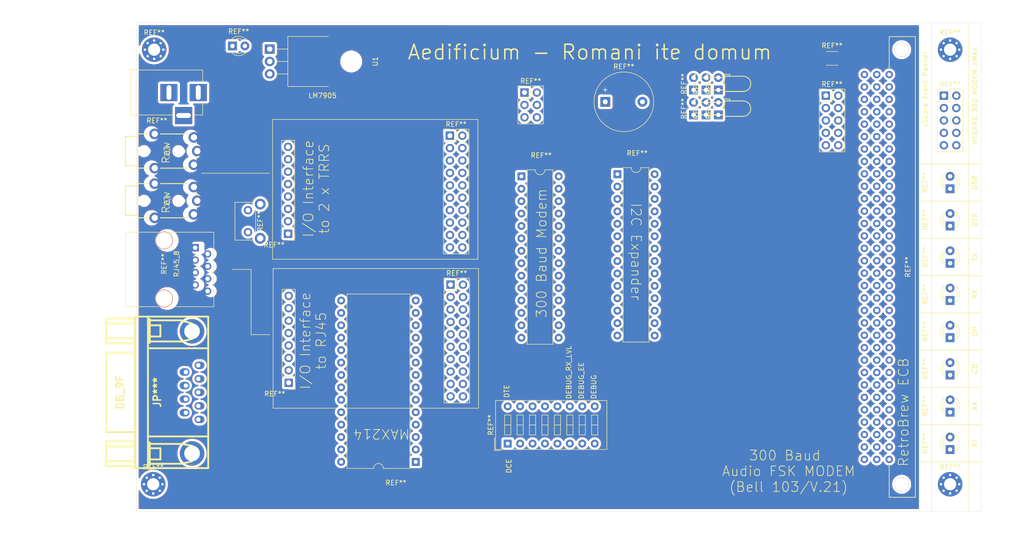
<source format=kicad_pcb>
(kicad_pcb (version 20171130) (host pcbnew "(5.1.9)-1")
  (layers (0 F.Cu signal) (1 In1.Cu power) (2 In2.Cu power) (31 B.Cu signal) (34 B.Paste user) (35 F.Paste user) (36 B.SilkS user) (37 F.SilkS user) (38 B.Mask user) (39 F.Mask user) (44 Edge.Cuts user))
  (net 0 "")
  (module LEDs:LED_D3.0mm (layer F.Cu) (at 241.3 76.2 90)
    (fp_text reference REF** (at 1.27 -5.08 90) (layer F.SilkS))
    (fp_text value LED_D3.0mm)
    (pad 1 thru_hole rect (at 0 0 90) (size 1.8 1.8) (drill 0.9) (layers *.Cu *.Mask))
    (pad 2 thru_hole circle (at 2.54 0 90) (size 1.8 1.8) (drill 0.9) (layers *.Cu *.Mask))
  )
  (module Sebs:Socket_DIN41612-CaseC1-full-Male-96Pin-3rows (layer F.Cu) (at 226.314 92.202 90)
    (fp_text reference REF** (at 0 6.35 90) (layer F.SilkS))
    (fp_text value Socket_DIN41612-CaseC1-full-Male-96Pin-3rows)
    (pad 1 thru_hole circle (at 44.45 5.08 90) (size 2.90068 2.90068) (drill 2.90068) (layers *.Cu *.Mask))
    (pad 1 thru_hole circle (at -44.45 5.08 90) (size 2.90068 2.90068) (drill 2.90068) (layers *.Cu *.Mask))
    (pad 32a thru_hole circle (at -39.37 -2.54 270) (size 1.50114 1.50114) (drill 0.8001) (layers *.Cu *.Mask))
    (pad 31a thru_hole circle (at -36.83 -2.54 270) (size 1.50114 1.50114) (drill 0.8001) (layers *.Cu *.Mask))
    (pad 30a thru_hole circle (at -34.29 -2.54 270) (size 1.50114 1.50114) (drill 0.8001) (layers *.Cu *.Mask))
    (pad 29a thru_hole circle (at -31.75 -2.54 270) (size 1.50114 1.50114) (drill 0.8001) (layers *.Cu *.Mask))
    (pad 28a thru_hole circle (at -29.21 -2.54 270) (size 1.50114 1.50114) (drill 0.8001) (layers *.Cu *.Mask))
    (pad 27a thru_hole circle (at -26.67 -2.54 270) (size 1.50114 1.50114) (drill 0.8001) (layers *.Cu *.Mask))
    (pad 26a thru_hole circle (at -24.13 -2.54 270) (size 1.50114 1.50114) (drill 0.8001) (layers *.Cu *.Mask))
    (pad 25a thru_hole circle (at -21.59 -2.54 270) (size 1.50114 1.50114) (drill 0.8001) (layers *.Cu *.Mask))
    (pad 24a thru_hole circle (at -19.05 -2.54 270) (size 1.50114 1.50114) (drill 0.8001) (layers *.Cu *.Mask))
    (pad 23a thru_hole circle (at -16.51 -2.54 270) (size 1.50114 1.50114) (drill 0.8001) (layers *.Cu *.Mask))
    (pad 22a thru_hole circle (at -13.97 -2.54 270) (size 1.50114 1.50114) (drill 0.8001) (layers *.Cu *.Mask))
    (pad 21a thru_hole circle (at -11.43 -2.54 270) (size 1.50114 1.50114) (drill 0.8001) (layers *.Cu *.Mask))
    (pad 20a thru_hole circle (at -8.89 -2.54 270) (size 1.50114 1.50114) (drill 0.8001) (layers *.Cu *.Mask))
    (pad 19a thru_hole circle (at -6.35 -2.54 270) (size 1.50114 1.50114) (drill 0.8001) (layers *.Cu *.Mask))
    (pad 18a thru_hole circle (at -3.81 -2.54 270) (size 1.50114 1.50114) (drill 0.8001) (layers *.Cu *.Mask))
    (pad 17a thru_hole circle (at -1.27 -2.54 270) (size 1.50114 1.50114) (drill 0.8001) (layers *.Cu *.Mask))
    (pad 16a thru_hole circle (at 1.27 -2.54 270) (size 1.50114 1.50114) (drill 0.8001) (layers *.Cu *.Mask))
    (pad 15a thru_hole circle (at 3.81 -2.54 270) (size 1.50114 1.50114) (drill 0.8001) (layers *.Cu *.Mask))
    (pad 14a thru_hole circle (at 6.35 -2.54 270) (size 1.50114 1.50114) (drill 0.8001) (layers *.Cu *.Mask))
    (pad 13a thru_hole circle (at 8.89 -2.54 270) (size 1.50114 1.50114) (drill 0.8001) (layers *.Cu *.Mask))
    (pad 12a thru_hole circle (at 11.43 -2.54 270) (size 1.50114 1.50114) (drill 0.8001) (layers *.Cu *.Mask))
    (pad 11a thru_hole circle (at 13.97 -2.54 270) (size 1.50114 1.50114) (drill 0.8001) (layers *.Cu *.Mask))
    (pad 10a thru_hole circle (at 16.51 -2.54 270) (size 1.50114 1.50114) (drill 0.8001) (layers *.Cu *.Mask))
    (pad 9a thru_hole circle (at 19.05 -2.54 270) (size 1.50114 1.50114) (drill 0.8001) (layers *.Cu *.Mask))
    (pad 8a thru_hole circle (at 21.59 -2.54 270) (size 1.50114 1.50114) (drill 0.8001) (layers *.Cu *.Mask))
    (pad 7a thru_hole circle (at 24.13 -2.54 270) (size 1.50114 1.50114) (drill 0.8001) (layers *.Cu *.Mask))
    (pad 6a thru_hole circle (at 26.67 -2.54 270) (size 1.50114 1.50114) (drill 0.8001) (layers *.Cu *.Mask))
    (pad 5a thru_hole circle (at 29.21 -2.54 270) (size 1.50114 1.50114) (drill 0.8001) (layers *.Cu *.Mask))
    (pad 3a thru_hole circle (at 34.29 -2.54 270) (size 1.50114 1.50114) (drill 0.8001) (layers *.Cu *.Mask))
    (pad 4a thru_hole circle (at 31.75 -2.54 270) (size 1.50114 1.50114) (drill 0.8001) (layers *.Cu *.Mask))
    (pad 2a thru_hole circle (at 36.83 -2.54 270) (size 1.50114 1.50114) (drill 0.8001) (layers *.Cu *.Mask))
    (pad 1a thru_hole circle (at 39.37 -2.54 270) (size 1.50114 1.50114) (drill 0.8001) (layers *.Cu *.Mask))
    (pad 1b thru_hole circle (at 39.37 0 270) (size 1.50114 1.50114) (drill 0.8001) (layers *.Cu *.Mask))
    (pad 2b thru_hole circle (at 36.83 0 270) (size 1.50114 1.50114) (drill 0.8001) (layers *.Cu *.Mask))
    (pad 4b thru_hole circle (at 31.75 0 270) (size 1.50114 1.50114) (drill 0.8001) (layers *.Cu *.Mask))
    (pad 3b thru_hole circle (at 34.29 0 270) (size 1.50114 1.50114) (drill 0.8001) (layers *.Cu *.Mask))
    (pad 5b thru_hole circle (at 29.21 0 270) (size 1.50114 1.50114) (drill 0.8001) (layers *.Cu *.Mask))
    (pad 6b thru_hole circle (at 26.67 0 270) (size 1.50114 1.50114) (drill 0.8001) (layers *.Cu *.Mask))
    (pad 7b thru_hole circle (at 24.13 0 270) (size 1.50114 1.50114) (drill 0.8001) (layers *.Cu *.Mask))
    (pad 8b thru_hole circle (at 21.59 0 270) (size 1.50114 1.50114) (drill 0.8001) (layers *.Cu *.Mask))
    (pad 9b thru_hole circle (at 19.05 0 270) (size 1.50114 1.50114) (drill 0.8001) (layers *.Cu *.Mask))
    (pad 10b thru_hole circle (at 16.51 0 270) (size 1.50114 1.50114) (drill 0.8001) (layers *.Cu *.Mask))
    (pad 11b thru_hole circle (at 13.97 0 270) (size 1.50114 1.50114) (drill 0.8001) (layers *.Cu *.Mask))
    (pad 12b thru_hole circle (at 11.43 0 270) (size 1.50114 1.50114) (drill 0.8001) (layers *.Cu *.Mask))
    (pad 13b thru_hole circle (at 8.89 0 270) (size 1.50114 1.50114) (drill 0.8001) (layers *.Cu *.Mask))
    (pad 14b thru_hole circle (at 6.35 0 270) (size 1.50114 1.50114) (drill 0.8001) (layers *.Cu *.Mask))
    (pad 15b thru_hole circle (at 3.81 0 270) (size 1.50114 1.50114) (drill 0.8001) (layers *.Cu *.Mask))
    (pad 16b thru_hole circle (at 1.27 0 270) (size 1.50114 1.50114) (drill 0.8001) (layers *.Cu *.Mask))
    (pad 17b thru_hole circle (at -1.27 0 270) (size 1.50114 1.50114) (drill 0.8001) (layers *.Cu *.Mask))
    (pad 18b thru_hole circle (at -3.81 0 270) (size 1.50114 1.50114) (drill 0.8001) (layers *.Cu *.Mask))
    (pad 19b thru_hole circle (at -6.35 0 270) (size 1.50114 1.50114) (drill 0.8001) (layers *.Cu *.Mask))
    (pad 20b thru_hole circle (at -8.89 0 270) (size 1.50114 1.50114) (drill 0.8001) (layers *.Cu *.Mask))
    (pad 21b thru_hole circle (at -11.43 0 270) (size 1.50114 1.50114) (drill 0.8001) (layers *.Cu *.Mask))
    (pad 22b thru_hole circle (at -13.97 0 270) (size 1.50114 1.50114) (drill 0.8001) (layers *.Cu *.Mask))
    (pad 23b thru_hole circle (at -16.51 0 270) (size 1.50114 1.50114) (drill 0.8001) (layers *.Cu *.Mask))
    (pad 24b thru_hole circle (at -19.05 0 270) (size 1.50114 1.50114) (drill 0.8001) (layers *.Cu *.Mask))
    (pad 25b thru_hole circle (at -21.59 0 270) (size 1.50114 1.50114) (drill 0.8001) (layers *.Cu *.Mask))
    (pad 26b thru_hole circle (at -24.13 0 270) (size 1.50114 1.50114) (drill 0.8001) (layers *.Cu *.Mask))
    (pad 27b thru_hole circle (at -26.67 0 270) (size 1.50114 1.50114) (drill 0.8001) (layers *.Cu *.Mask))
    (pad 28b thru_hole circle (at -29.21 0 270) (size 1.50114 1.50114) (drill 0.8001) (layers *.Cu *.Mask))
    (pad 29b thru_hole circle (at -31.75 0 270) (size 1.50114 1.50114) (drill 0.8001) (layers *.Cu *.Mask))
    (pad 30b thru_hole circle (at -34.29 0 270) (size 1.50114 1.50114) (drill 0.8001) (layers *.Cu *.Mask))
    (pad 31b thru_hole circle (at -36.83 0 270) (size 1.50114 1.50114) (drill 0.8001) (layers *.Cu *.Mask))
    (pad 32b thru_hole circle (at -39.37 0 270) (size 1.50114 1.50114) (drill 0.8001) (layers *.Cu *.Mask))
    (pad 32c thru_hole circle (at -39.37 2.54 270) (size 1.50114 1.50114) (drill 0.8001) (layers *.Cu *.Mask))
    (pad 31c thru_hole circle (at -36.83 2.54 270) (size 1.50114 1.50114) (drill 0.8001) (layers *.Cu *.Mask))
    (pad 30c thru_hole circle (at -34.29 2.54 270) (size 1.50114 1.50114) (drill 0.8001) (layers *.Cu *.Mask))
    (pad 29c thru_hole circle (at -31.75 2.54 270) (size 1.50114 1.50114) (drill 0.8001) (layers *.Cu *.Mask))
    (pad 28c thru_hole circle (at -29.21 2.54 270) (size 1.50114 1.50114) (drill 0.8001) (layers *.Cu *.Mask))
    (pad 27c thru_hole circle (at -26.67 2.54 270) (size 1.50114 1.50114) (drill 0.8001) (layers *.Cu *.Mask))
    (pad 26c thru_hole circle (at -24.13 2.54 270) (size 1.50114 1.50114) (drill 0.8001) (layers *.Cu *.Mask))
    (pad 25c thru_hole circle (at -21.59 2.54 270) (size 1.50114 1.50114) (drill 0.8001) (layers *.Cu *.Mask))
    (pad 24c thru_hole circle (at -19.05 2.54 270) (size 1.50114 1.50114) (drill 0.8001) (layers *.Cu *.Mask))
    (pad 23c thru_hole circle (at -16.51 2.54 270) (size 1.50114 1.50114) (drill 0.8001) (layers *.Cu *.Mask))
    (pad 22c thru_hole circle (at -13.97 2.54 270) (size 1.50114 1.50114) (drill 0.8001) (layers *.Cu *.Mask))
    (pad 21c thru_hole circle (at -11.43 2.54 270) (size 1.50114 1.50114) (drill 0.8001) (layers *.Cu *.Mask))
    (pad 20c thru_hole circle (at -8.89 2.54 270) (size 1.50114 1.50114) (drill 0.8001) (layers *.Cu *.Mask))
    (pad 19c thru_hole circle (at -6.35 2.54 270) (size 1.50114 1.50114) (drill 0.8001) (layers *.Cu *.Mask))
    (pad 18c thru_hole circle (at -3.81 2.54 270) (size 1.50114 1.50114) (drill 0.8001) (layers *.Cu *.Mask))
    (pad 17c thru_hole circle (at -1.27 2.54 270) (size 1.50114 1.50114) (drill 0.8001) (layers *.Cu *.Mask))
    (pad 16c thru_hole circle (at 1.27 2.54 270) (size 1.50114 1.50114) (drill 0.8001) (layers *.Cu *.Mask))
    (pad 15c thru_hole circle (at 3.81 2.54 270) (size 1.50114 1.50114) (drill 0.8001) (layers *.Cu *.Mask))
    (pad 14c thru_hole circle (at 6.35 2.54 270) (size 1.50114 1.50114) (drill 0.8001) (layers *.Cu *.Mask))
    (pad 13c thru_hole circle (at 8.89 2.54 270) (size 1.50114 1.50114) (drill 0.8001) (layers *.Cu *.Mask))
    (pad 12c thru_hole circle (at 11.43 2.54 270) (size 1.50114 1.50114) (drill 0.8001) (layers *.Cu *.Mask))
    (pad 11c thru_hole circle (at 13.97 2.54 270) (size 1.50114 1.50114) (drill 0.8001) (layers *.Cu *.Mask))
    (pad 10c thru_hole circle (at 16.51 2.54 270) (size 1.50114 1.50114) (drill 0.8001) (layers *.Cu *.Mask))
    (pad 9c thru_hole circle (at 19.05 2.54 270) (size 1.50114 1.50114) (drill 0.8001) (layers *.Cu *.Mask))
    (pad 8c thru_hole circle (at 21.59 2.54 270) (size 1.50114 1.50114) (drill 0.8001) (layers *.Cu *.Mask))
    (pad 7c thru_hole circle (at 24.13 2.54 270) (size 1.50114 1.50114) (drill 0.8001) (layers *.Cu *.Mask))
    (pad 6c thru_hole circle (at 26.67 2.54 270) (size 1.50114 1.50114) (drill 0.8001) (layers *.Cu *.Mask))
    (pad 5c thru_hole circle (at 29.21 2.54 270) (size 1.50114 1.50114) (drill 0.8001) (layers *.Cu *.Mask))
    (pad 3c thru_hole circle (at 34.29 2.54 270) (size 1.50114 1.50114) (drill 0.8001) (layers *.Cu *.Mask))
    (pad 4c thru_hole circle (at 31.75 2.54 270) (size 1.50114 1.50114) (drill 0.8001) (layers *.Cu *.Mask))
    (pad 2c thru_hole circle (at 36.83 2.54 270) (size 1.50114 1.50114) (drill 0.8001) (layers *.Cu *.Mask))
    (pad 1c thru_hole circle (at 39.37 2.54 270) (size 1.50114 1.50114) (drill 0.8001) (layers *.Cu *.Mask))
  )
  (module LEDs:LED_D3.0mm (layer F.Cu) (at 241.3 91.44 90)
    (fp_text reference REF** (at 1.27 -5.08 90) (layer F.SilkS))
    (fp_text value LED_D3.0mm)
    (pad 1 thru_hole rect (at 0 0 90) (size 1.8 1.8) (drill 0.9) (layers *.Cu *.Mask))
    (pad 2 thru_hole circle (at 2.54 0 90) (size 1.8 1.8) (drill 0.9) (layers *.Cu *.Mask))
  )
  (module Mounting_Holes:MountingHole_2.5mm_Pad_Via (layer F.Cu) (at 241.3 47.752)
    (fp_text reference REF** (at 0 -3.5) (layer F.SilkS))
    (fp_text value MountingHole_2.5mm_Pad_Via)
    (pad 1 thru_hole circle (at 0 0) (size 5 5) (drill 2.5) (layers *.Cu *.Mask))
    (pad 1 thru_hole circle (at 1.875 0) (size 0.8 0.8) (drill 0.5) (layers *.Cu *.Mask))
    (pad 1 thru_hole circle (at 1.325825 1.325825) (size 0.8 0.8) (drill 0.5) (layers *.Cu *.Mask))
    (pad 1 thru_hole circle (at 0 1.875) (size 0.8 0.8) (drill 0.5) (layers *.Cu *.Mask))
    (pad 1 thru_hole circle (at -1.325825 1.325825) (size 0.8 0.8) (drill 0.5) (layers *.Cu *.Mask))
    (pad 1 thru_hole circle (at -1.875 0) (size 0.8 0.8) (drill 0.5) (layers *.Cu *.Mask))
    (pad 1 thru_hole circle (at -1.325825 -1.325825) (size 0.8 0.8) (drill 0.5) (layers *.Cu *.Mask))
    (pad 1 thru_hole circle (at 0 -1.875) (size 0.8 0.8) (drill 0.5) (layers *.Cu *.Mask))
    (pad 1 thru_hole circle (at 1.325825 -1.325825) (size 0.8 0.8) (drill 0.5) (layers *.Cu *.Mask))
  )
  (module Mounting_Holes:MountingHole_2.5mm_Pad_Via (layer F.Cu) (at 241.3 136.652)
    (fp_text reference REF** (at 0 -3.5) (layer F.SilkS))
    (fp_text value MountingHole_2.5mm_Pad_Via)
    (pad 1 thru_hole circle (at 1.325825 -1.325825) (size 0.8 0.8) (drill 0.5) (layers *.Cu *.Mask))
    (pad 1 thru_hole circle (at 0 -1.875) (size 0.8 0.8) (drill 0.5) (layers *.Cu *.Mask))
    (pad 1 thru_hole circle (at -1.325825 -1.325825) (size 0.8 0.8) (drill 0.5) (layers *.Cu *.Mask))
    (pad 1 thru_hole circle (at -1.875 0) (size 0.8 0.8) (drill 0.5) (layers *.Cu *.Mask))
    (pad 1 thru_hole circle (at -1.325825 1.325825) (size 0.8 0.8) (drill 0.5) (layers *.Cu *.Mask))
    (pad 1 thru_hole circle (at 0 1.875) (size 0.8 0.8) (drill 0.5) (layers *.Cu *.Mask))
    (pad 1 thru_hole circle (at 1.325825 1.325825) (size 0.8 0.8) (drill 0.5) (layers *.Cu *.Mask))
    (pad 1 thru_hole circle (at 1.875 0) (size 0.8 0.8) (drill 0.5) (layers *.Cu *.Mask))
    (pad 1 thru_hole circle (at 0 0) (size 5 5) (drill 2.5) (layers *.Cu *.Mask))
  )
  (module Pin_Headers:Pin_Header_Straight_2x05_Pitch2.54mm (layer F.Cu) (at 215.9 57.15)
    (fp_text reference REF** (at 1.27 -2.33) (layer F.SilkS))
    (fp_text value Pin_Header_Straight_2x05_Pitch2.54mm)
    (pad 10 thru_hole oval (at 2.54 10.16) (size 1.7 1.7) (drill 1) (layers *.Cu *.Mask))
    (pad 9 thru_hole oval (at 0 10.16) (size 1.7 1.7) (drill 1) (layers *.Cu *.Mask))
    (pad 8 thru_hole oval (at 2.54 7.62) (size 1.7 1.7) (drill 1) (layers *.Cu *.Mask))
    (pad 7 thru_hole oval (at 0 7.62) (size 1.7 1.7) (drill 1) (layers *.Cu *.Mask))
    (pad 6 thru_hole oval (at 2.54 5.08) (size 1.7 1.7) (drill 1) (layers *.Cu *.Mask))
    (pad 5 thru_hole oval (at 0 5.08) (size 1.7 1.7) (drill 1) (layers *.Cu *.Mask))
    (pad 4 thru_hole oval (at 2.54 2.54) (size 1.7 1.7) (drill 1) (layers *.Cu *.Mask))
    (pad 3 thru_hole oval (at 0 2.54) (size 1.7 1.7) (drill 1) (layers *.Cu *.Mask))
    (pad 2 thru_hole oval (at 2.54 0) (size 1.7 1.7) (drill 1) (layers *.Cu *.Mask))
    (pad 1 thru_hole rect (at 0 0) (size 1.7 1.7) (drill 1) (layers *.Cu *.Mask))
  )
  (module Pin_Headers:Pin_Header_Straight_2x05_Pitch2.54mm (layer F.Cu) (at 240.03 57.15)
    (fp_text reference REF** (at 1.27 -2.33) (layer F.SilkS))
    (fp_text value Pin_Header_Straight_2x05_Pitch2.54mm)
    (pad 1 thru_hole rect (at 0 0) (size 1.7 1.7) (drill 1) (layers *.Cu *.Mask))
    (pad 2 thru_hole oval (at 2.54 0) (size 1.7 1.7) (drill 1) (layers *.Cu *.Mask))
    (pad 3 thru_hole oval (at 0 2.54) (size 1.7 1.7) (drill 1) (layers *.Cu *.Mask))
    (pad 4 thru_hole oval (at 2.54 2.54) (size 1.7 1.7) (drill 1) (layers *.Cu *.Mask))
    (pad 5 thru_hole oval (at 0 5.08) (size 1.7 1.7) (drill 1) (layers *.Cu *.Mask))
    (pad 6 thru_hole oval (at 2.54 5.08) (size 1.7 1.7) (drill 1) (layers *.Cu *.Mask))
    (pad 7 thru_hole oval (at 0 7.62) (size 1.7 1.7) (drill 1) (layers *.Cu *.Mask))
    (pad 8 thru_hole oval (at 2.54 7.62) (size 1.7 1.7) (drill 1) (layers *.Cu *.Mask))
    (pad 9 thru_hole oval (at 0 10.16) (size 1.7 1.7) (drill 1) (layers *.Cu *.Mask))
    (pad 10 thru_hole oval (at 2.54 10.16) (size 1.7 1.7) (drill 1) (layers *.Cu *.Mask))
  )
  (module LEDs:LED_D3.0mm (layer F.Cu) (at 241.3 83.82 90)
    (fp_text reference REF** (at 1.27 -5.08 90) (layer F.SilkS))
    (fp_text value LED_D3.0mm)
    (pad 2 thru_hole circle (at 2.54 0 90) (size 1.8 1.8) (drill 0.9) (layers *.Cu *.Mask))
    (pad 1 thru_hole rect (at 0 0 90) (size 1.8 1.8) (drill 0.9) (layers *.Cu *.Mask))
  )
  (module LEDs:LED_D3.0mm (layer F.Cu) (at 241.3 99.06 90)
    (fp_text reference REF** (at 1.27 -5.08 90) (layer F.SilkS))
    (fp_text value LED_D3.0mm)
    (pad 1 thru_hole rect (at 0 0 90) (size 1.8 1.8) (drill 0.9) (layers *.Cu *.Mask))
    (pad 2 thru_hole circle (at 2.54 0 90) (size 1.8 1.8) (drill 0.9) (layers *.Cu *.Mask))
  )
  (module LEDs:LED_D3.0mm (layer F.Cu) (at 241.3 106.68 90)
    (fp_text reference REF** (at 1.27 -5.08 90) (layer F.SilkS))
    (fp_text value LED_D3.0mm)
    (pad 2 thru_hole circle (at 2.54 0 90) (size 1.8 1.8) (drill 0.9) (layers *.Cu *.Mask))
    (pad 1 thru_hole rect (at 0 0 90) (size 1.8 1.8) (drill 0.9) (layers *.Cu *.Mask))
  )
  (module LEDs:LED_D3.0mm (layer F.Cu) (at 241.3 114.3 90)
    (fp_text reference REF** (at 1.27 -5.08 90) (layer F.SilkS))
    (fp_text value LED_D3.0mm)
    (pad 1 thru_hole rect (at 0 0 90) (size 1.8 1.8) (drill 0.9) (layers *.Cu *.Mask))
    (pad 2 thru_hole circle (at 2.54 0 90) (size 1.8 1.8) (drill 0.9) (layers *.Cu *.Mask))
  )
  (module LEDs:LED_D3.0mm (layer F.Cu) (at 241.3 121.92 90)
    (fp_text reference REF** (at 1.27 -5.08 90) (layer F.SilkS))
    (fp_text value LED_D3.0mm)
    (pad 2 thru_hole circle (at 2.54 0 90) (size 1.8 1.8) (drill 0.9) (layers *.Cu *.Mask))
    (pad 1 thru_hole rect (at 0 0 90) (size 1.8 1.8) (drill 0.9) (layers *.Cu *.Mask))
  )
  (module LEDs:LED_D3.0mm (layer F.Cu) (at 241.3 129.54 90)
    (fp_text reference REF** (at 1.27 -5.08 90) (layer F.SilkS))
    (fp_text value LED_D3.0mm)
    (pad 2 thru_hole circle (at 2.54 0 90) (size 1.8 1.8) (drill 0.9) (layers *.Cu *.Mask))
    (pad 1 thru_hole rect (at 0 0 90) (size 1.8 1.8) (drill 0.9) (layers *.Cu *.Mask))
  )
  (module LEDs:LED_D3.0mm_Horizontal_O6.35mm_Z10.0mm (layer F.Cu) (at 188.849 56.007 90)
    (fp_text reference REF** (at 1.27 -1.96 90) (layer F.SilkS))
    (fp_text value LED_D3.0mm_Horizontal_O6.35mm_Z10.0mm)
    (pad 2 thru_hole circle (at 2.54 0 90) (size 1.8 1.8) (drill 0.9) (layers *.Cu *.Mask))
    (pad 1 thru_hole rect (at 0 0 90) (size 1.8 1.8) (drill 0.9) (layers *.Cu *.Mask))
  )
  (module LEDs:LED_D3.0mm_Horizontal_O3.81mm_Z6.0mm (layer F.Cu) (at 191.389 56.007 90)
    (fp_text reference REF** (at 1.27 -1.96 90) (layer F.SilkS))
    (fp_text value LED_D3.0mm_Horizontal_O3.81mm_Z6.0mm)
    (pad 2 thru_hole circle (at 2.54 0 90) (size 1.8 1.8) (drill 0.9) (layers *.Cu *.Mask))
    (pad 1 thru_hole rect (at 0 0 90) (size 1.8 1.8) (drill 0.9) (layers *.Cu *.Mask))
  )
  (module LEDs:LED_D3.0mm_Horizontal_O1.27mm_Z2.0mm (layer F.Cu) (at 193.929 61.087 90)
    (fp_text reference REF** (at 1.27 -1.96 90) (layer F.SilkS))
    (fp_text value LED_D3.0mm_Horizontal_O1.27mm_Z2.0mm)
    (pad 1 thru_hole rect (at 0 0 90) (size 1.8 1.8) (drill 0.9) (layers *.Cu *.Mask))
    (pad 2 thru_hole circle (at 2.54 0 90) (size 1.8 1.8) (drill 0.9) (layers *.Cu *.Mask))
  )
  (module LEDs:LED_D3.0mm_Horizontal_O6.35mm_Z10.0mm (layer F.Cu) (at 188.849 61.087 90)
    (fp_text reference REF** (at 1.27 -1.96 90) (layer F.SilkS))
    (fp_text value LED_D3.0mm_Horizontal_O6.35mm_Z10.0mm)
    (pad 1 thru_hole rect (at 0 0 90) (size 1.8 1.8) (drill 0.9) (layers *.Cu *.Mask))
    (pad 2 thru_hole circle (at 2.54 0 90) (size 1.8 1.8) (drill 0.9) (layers *.Cu *.Mask))
  )
  (module LEDs:LED_D3.0mm_Horizontal_O3.81mm_Z6.0mm (layer F.Cu) (at 191.389 61.087 90)
    (fp_text reference REF** (at 1.27 -1.96 90) (layer F.SilkS))
    (fp_text value LED_D3.0mm_Horizontal_O3.81mm_Z6.0mm)
    (pad 1 thru_hole rect (at 0 0 90) (size 1.8 1.8) (drill 0.9) (layers *.Cu *.Mask))
    (pad 2 thru_hole circle (at 2.54 0 90) (size 1.8 1.8) (drill 0.9) (layers *.Cu *.Mask))
  )
  (module LEDs:LED_D3.0mm_Horizontal_O1.27mm_Z2.0mm (layer F.Cu) (at 193.929 56.007 90)
    (fp_text reference REF** (at 1.27 -1.96 90) (layer F.SilkS))
    (fp_text value LED_D3.0mm_Horizontal_O1.27mm_Z2.0mm)
    (pad 1 thru_hole rect (at 0 0 90) (size 1.8 1.8) (drill 0.9) (layers *.Cu *.Mask))
    (pad 2 thru_hole circle (at 2.54 0 90) (size 1.8 1.8) (drill 0.9) (layers *.Cu *.Mask))
  )
  (module Fuse_Holders_and_Fuses:Fuse_0679H (layer F.Cu) (at 217.17 49.53)
    (fp_text reference REF** (at 0 -2.6) (layer F.SilkS))
    (fp_text value Fuse_0679H)
    (pad 2 smd rect (at 2.46 0) (size 1.96 3.15) (layers F.Cu F.Paste F.Mask))
    (pad 1 smd rect (at -2.46 0) (size 1.96 3.15) (layers F.Cu F.Paste F.Mask))
  )
  (module Sebs:mj-2135-MJ-2135 (layer F.Cu) (at 81.28 68.58 90)
    (fp_text reference X2 (at 0 0 -90) (layer F.SilkS) (effects (font (size 1.27 1.27) (thickness 0.1016))))
    (fp_text value Raw (at -0.254 -0.254 90) (layer F.SilkS) (effects (font (size 1.524 1.524))))
    (pad P$1 thru_hole circle (at 0.0889 6.14934 90) (size 2.18186 2.18186) (drill 1.29794) (layers *.Cu *.Mask F.Paste))
    (pad P$2 thru_hole circle (at 2.88798 5.4483 90) (size 2.18186 2.18186) (drill 1.29794) (layers *.Cu *.Mask F.Paste))
    (pad P$3 thru_hole circle (at -2.70764 5.4483 90) (size 2.18186 2.18186) (drill 1.29794) (layers *.Cu *.Mask F.Paste))
    (pad P$4 thru_hole circle (at -3.40868 -2.54762 90) (size 2.18186 2.18186) (drill 1.29794) (layers *.Cu *.Mask F.Paste))
    (pad P$5 thru_hole circle (at 3.58902 -2.54762 90) (size 2.18186 2.18186) (drill 1.29794) (layers *.Cu *.Mask F.Paste))
    (pad "" np_thru_hole circle (at 0.07 -4.09 90) (size 1.5 1.5) (drill 1.5) (layers *.Cu *.Mask))
    (pad "" np_thru_hole circle (at 0.06 2.92 90) (size 1.5 1.5) (drill 1.5) (layers *.Cu *.Mask))
  )
  (module Pin_Headers:Pin_Header_Straight_1x08_Pitch2.54mm (layer F.Cu) (at 105.9815 85.4075 180)
    (fp_text reference REF** (at 2.85 -2.28) (layer F.SilkS))
    (fp_text value Pin_Header_Straight_1x08_Pitch2.54mm)
    (pad 8 thru_hole oval (at 0 17.78 180) (size 1.7 1.7) (drill 1) (layers *.Cu *.Mask))
    (pad 7 thru_hole oval (at 0 15.24 180) (size 1.7 1.7) (drill 1) (layers *.Cu *.Mask))
    (pad 6 thru_hole oval (at 0 12.7 180) (size 1.7 1.7) (drill 1) (layers *.Cu *.Mask))
    (pad 5 thru_hole oval (at 0 10.16 180) (size 1.7 1.7) (drill 1) (layers *.Cu *.Mask))
    (pad 4 thru_hole oval (at 0 7.62 180) (size 1.7 1.7) (drill 1) (layers *.Cu *.Mask))
    (pad 3 thru_hole oval (at 0 5.08 180) (size 1.7 1.7) (drill 1) (layers *.Cu *.Mask))
    (pad 2 thru_hole oval (at 0 2.54 180) (size 1.7 1.7) (drill 1) (layers *.Cu *.Mask))
    (pad 1 thru_hole rect (at 0 0 180) (size 1.7 1.7) (drill 1) (layers *.Cu *.Mask))
  )
  (module Pin_Headers:Pin_Header_Straight_2x10_Pitch2.54mm (layer F.Cu) (at 139.065 65.3415)
    (fp_text reference REF** (at 1.27 -2.33) (layer F.SilkS))
    (fp_text value Pin_Header_Straight_2x10_Pitch2.54mm)
    (pad 20 thru_hole oval (at 2.54 22.86) (size 1.7 1.7) (drill 1) (layers *.Cu *.Mask))
    (pad 19 thru_hole oval (at 0 22.86) (size 1.7 1.7) (drill 1) (layers *.Cu *.Mask))
    (pad 18 thru_hole oval (at 2.54 20.32) (size 1.7 1.7) (drill 1) (layers *.Cu *.Mask))
    (pad 17 thru_hole oval (at 0 20.32) (size 1.7 1.7) (drill 1) (layers *.Cu *.Mask))
    (pad 16 thru_hole oval (at 2.54 17.78) (size 1.7 1.7) (drill 1) (layers *.Cu *.Mask))
    (pad 15 thru_hole oval (at 0 17.78) (size 1.7 1.7) (drill 1) (layers *.Cu *.Mask))
    (pad 14 thru_hole oval (at 2.54 15.24) (size 1.7 1.7) (drill 1) (layers *.Cu *.Mask))
    (pad 13 thru_hole oval (at 0 15.24) (size 1.7 1.7) (drill 1) (layers *.Cu *.Mask))
    (pad 12 thru_hole oval (at 2.54 12.7) (size 1.7 1.7) (drill 1) (layers *.Cu *.Mask))
    (pad 11 thru_hole oval (at 0 12.7) (size 1.7 1.7) (drill 1) (layers *.Cu *.Mask))
    (pad 10 thru_hole oval (at 2.54 10.16) (size 1.7 1.7) (drill 1) (layers *.Cu *.Mask))
    (pad 9 thru_hole oval (at 0 10.16) (size 1.7 1.7) (drill 1) (layers *.Cu *.Mask))
    (pad 8 thru_hole oval (at 2.54 7.62) (size 1.7 1.7) (drill 1) (layers *.Cu *.Mask))
    (pad 7 thru_hole oval (at 0 7.62) (size 1.7 1.7) (drill 1) (layers *.Cu *.Mask))
    (pad 6 thru_hole oval (at 2.54 5.08) (size 1.7 1.7) (drill 1) (layers *.Cu *.Mask))
    (pad 5 thru_hole oval (at 0 5.08) (size 1.7 1.7) (drill 1) (layers *.Cu *.Mask))
    (pad 4 thru_hole oval (at 2.54 2.54) (size 1.7 1.7) (drill 1) (layers *.Cu *.Mask))
    (pad 3 thru_hole oval (at 0 2.54) (size 1.7 1.7) (drill 1) (layers *.Cu *.Mask))
    (pad 2 thru_hole oval (at 2.54 0) (size 1.7 1.7) (drill 1) (layers *.Cu *.Mask))
    (pad 1 thru_hole rect (at 0 0) (size 1.7 1.7) (drill 1) (layers *.Cu *.Mask))
  )
  (module Housings_DIP:DIP-28_W15.24mm (layer F.Cu) (at 132.08 132.08 180)
    (fp_text reference REF** (at 4.05 -4.28) (layer F.SilkS))
    (fp_text value DIP-28_W15.24mm)
    (pad 1 thru_hole rect (at 0 0 180) (size 1.6 1.6) (drill 0.8) (layers *.Cu *.Mask))
    (pad 15 thru_hole oval (at 15.24 33.02 180) (size 1.6 1.6) (drill 0.8) (layers *.Cu *.Mask))
    (pad 2 thru_hole oval (at 0 2.54 180) (size 1.6 1.6) (drill 0.8) (layers *.Cu *.Mask))
    (pad 16 thru_hole oval (at 15.24 30.48 180) (size 1.6 1.6) (drill 0.8) (layers *.Cu *.Mask))
    (pad 3 thru_hole oval (at 0 5.08 180) (size 1.6 1.6) (drill 0.8) (layers *.Cu *.Mask))
    (pad 17 thru_hole oval (at 15.24 27.94 180) (size 1.6 1.6) (drill 0.8) (layers *.Cu *.Mask))
    (pad 4 thru_hole oval (at 0 7.62 180) (size 1.6 1.6) (drill 0.8) (layers *.Cu *.Mask))
    (pad 18 thru_hole oval (at 15.24 25.4 180) (size 1.6 1.6) (drill 0.8) (layers *.Cu *.Mask))
    (pad 5 thru_hole oval (at 0 10.16 180) (size 1.6 1.6) (drill 0.8) (layers *.Cu *.Mask))
    (pad 19 thru_hole oval (at 15.24 22.86 180) (size 1.6 1.6) (drill 0.8) (layers *.Cu *.Mask))
    (pad 6 thru_hole oval (at 0 12.7 180) (size 1.6 1.6) (drill 0.8) (layers *.Cu *.Mask))
    (pad 20 thru_hole oval (at 15.24 20.32 180) (size 1.6 1.6) (drill 0.8) (layers *.Cu *.Mask))
    (pad 7 thru_hole oval (at 0 15.24 180) (size 1.6 1.6) (drill 0.8) (layers *.Cu *.Mask))
    (pad 21 thru_hole oval (at 15.24 17.78 180) (size 1.6 1.6) (drill 0.8) (layers *.Cu *.Mask))
    (pad 8 thru_hole oval (at 0 17.78 180) (size 1.6 1.6) (drill 0.8) (layers *.Cu *.Mask))
    (pad 22 thru_hole oval (at 15.24 15.24 180) (size 1.6 1.6) (drill 0.8) (layers *.Cu *.Mask))
    (pad 9 thru_hole oval (at 0 20.32 180) (size 1.6 1.6) (drill 0.8) (layers *.Cu *.Mask))
    (pad 23 thru_hole oval (at 15.24 12.7 180) (size 1.6 1.6) (drill 0.8) (layers *.Cu *.Mask))
    (pad 10 thru_hole oval (at 0 22.86 180) (size 1.6 1.6) (drill 0.8) (layers *.Cu *.Mask))
    (pad 24 thru_hole oval (at 15.24 10.16 180) (size 1.6 1.6) (drill 0.8) (layers *.Cu *.Mask))
    (pad 11 thru_hole oval (at 0 25.4 180) (size 1.6 1.6) (drill 0.8) (layers *.Cu *.Mask))
    (pad 25 thru_hole oval (at 15.24 7.62 180) (size 1.6 1.6) (drill 0.8) (layers *.Cu *.Mask))
    (pad 12 thru_hole oval (at 0 27.94 180) (size 1.6 1.6) (drill 0.8) (layers *.Cu *.Mask))
    (pad 26 thru_hole oval (at 15.24 5.08 180) (size 1.6 1.6) (drill 0.8) (layers *.Cu *.Mask))
    (pad 13 thru_hole oval (at 0 30.48 180) (size 1.6 1.6) (drill 0.8) (layers *.Cu *.Mask))
    (pad 27 thru_hole oval (at 15.24 2.54 180) (size 1.6 1.6) (drill 0.8) (layers *.Cu *.Mask))
    (pad 14 thru_hole oval (at 0 33.02 180) (size 1.6 1.6) (drill 0.8) (layers *.Cu *.Mask))
    (pad 28 thru_hole oval (at 15.24 0 180) (size 1.6 1.6) (drill 0.8) (layers *.Cu *.Mask))
  )
  (module Mounting_Holes:MountingHole_2.5mm_Pad_Via (layer F.Cu) (at 78.613 47.752)
    (fp_text reference REF** (at 0 -3.5) (layer F.SilkS))
    (fp_text value MountingHole_2.5mm_Pad_Via)
    (pad 1 thru_hole circle (at 1.325825 -1.325825) (size 0.8 0.8) (drill 0.5) (layers *.Cu *.Mask))
    (pad 1 thru_hole circle (at 0 -1.875) (size 0.8 0.8) (drill 0.5) (layers *.Cu *.Mask))
    (pad 1 thru_hole circle (at -1.325825 -1.325825) (size 0.8 0.8) (drill 0.5) (layers *.Cu *.Mask))
    (pad 1 thru_hole circle (at -1.875 0) (size 0.8 0.8) (drill 0.5) (layers *.Cu *.Mask))
    (pad 1 thru_hole circle (at -1.325825 1.325825) (size 0.8 0.8) (drill 0.5) (layers *.Cu *.Mask))
    (pad 1 thru_hole circle (at 0 1.875) (size 0.8 0.8) (drill 0.5) (layers *.Cu *.Mask))
    (pad 1 thru_hole circle (at 1.325825 1.325825) (size 0.8 0.8) (drill 0.5) (layers *.Cu *.Mask))
    (pad 1 thru_hole circle (at 1.875 0) (size 0.8 0.8) (drill 0.5) (layers *.Cu *.Mask))
    (pad 1 thru_hole circle (at 0 0) (size 5 5) (drill 2.5) (layers *.Cu *.Mask))
  )
  (module Mounting_Holes:MountingHole_2.5mm_Pad_Via (layer F.Cu) (at 78.4225 136.652)
    (fp_text reference REF** (at 0 -3.5) (layer F.SilkS))
    (fp_text value MountingHole_2.5mm_Pad_Via)
    (pad 1 thru_hole circle (at 0 0) (size 5 5) (drill 2.5) (layers *.Cu *.Mask))
    (pad 1 thru_hole circle (at 1.875 0) (size 0.8 0.8) (drill 0.5) (layers *.Cu *.Mask))
    (pad 1 thru_hole circle (at 1.325825 1.325825) (size 0.8 0.8) (drill 0.5) (layers *.Cu *.Mask))
    (pad 1 thru_hole circle (at 0 1.875) (size 0.8 0.8) (drill 0.5) (layers *.Cu *.Mask))
    (pad 1 thru_hole circle (at -1.325825 1.325825) (size 0.8 0.8) (drill 0.5) (layers *.Cu *.Mask))
    (pad 1 thru_hole circle (at -1.875 0) (size 0.8 0.8) (drill 0.5) (layers *.Cu *.Mask))
    (pad 1 thru_hole circle (at -1.325825 -1.325825) (size 0.8 0.8) (drill 0.5) (layers *.Cu *.Mask))
    (pad 1 thru_hole circle (at 0 -1.875) (size 0.8 0.8) (drill 0.5) (layers *.Cu *.Mask))
    (pad 1 thru_hole circle (at 1.325825 -1.325825) (size 0.8 0.8) (drill 0.5) (layers *.Cu *.Mask))
  )
  (module Connectors:RJ45_8 (layer F.Cu) (at 86.995 88.265 270)
    (fp_text reference REF** (at 3.3 6.35 90) (layer F.SilkS))
    (fp_text value RJ45_8 (at 3.3 3.81 90) (layer F.SilkS))
    (pad Hole np_thru_hole circle (at 10.38 6.35 270) (size 3.65 3.65) (drill 3.25) (layers *.Cu *.SilkS *.Mask))
    (pad Hole np_thru_hole circle (at -1.49 6.35 270) (size 3.65 3.65) (drill 3.25) (layers *.Cu *.SilkS *.Mask))
    (pad 1 thru_hole rect (at 0 0 270) (size 1.5 1.5) (drill 0.9) (layers *.Cu *.Mask))
    (pad 2 thru_hole circle (at 1.27 -2.54 270) (size 1.5 1.5) (drill 0.9) (layers *.Cu *.Mask))
    (pad 3 thru_hole circle (at 2.54 0 270) (size 1.5 1.5) (drill 0.9) (layers *.Cu *.Mask))
    (pad 4 thru_hole circle (at 3.81 -2.54 270) (size 1.5 1.5) (drill 0.9) (layers *.Cu *.Mask))
    (pad 5 thru_hole circle (at 5.08 0 270) (size 1.5 1.5) (drill 0.9) (layers *.Cu *.Mask))
    (pad 6 thru_hole circle (at 6.35 -2.54 270) (size 1.5 1.5) (drill 0.9) (layers *.Cu *.Mask))
    (pad 7 thru_hole circle (at 7.62 0 270) (size 1.5 1.5) (drill 0.9) (layers *.Cu *.Mask))
    (pad 8 thru_hole circle (at 8.89 -2.54 270) (size 1.5 1.5) (drill 0.9) (layers *.Cu *.Mask))
  )
  (module Pin_Headers:Pin_Header_Straight_2x10_Pitch2.54mm (layer F.Cu) (at 139.192 95.8215)
    (fp_text reference REF** (at 1.27 -2.33) (layer F.SilkS))
    (fp_text value Pin_Header_Straight_2x10_Pitch2.54mm)
    (pad 1 thru_hole rect (at 0 0) (size 1.7 1.7) (drill 1) (layers *.Cu *.Mask))
    (pad 2 thru_hole oval (at 2.54 0) (size 1.7 1.7) (drill 1) (layers *.Cu *.Mask))
    (pad 3 thru_hole oval (at 0 2.54) (size 1.7 1.7) (drill 1) (layers *.Cu *.Mask))
    (pad 4 thru_hole oval (at 2.54 2.54) (size 1.7 1.7) (drill 1) (layers *.Cu *.Mask))
    (pad 5 thru_hole oval (at 0 5.08) (size 1.7 1.7) (drill 1) (layers *.Cu *.Mask))
    (pad 6 thru_hole oval (at 2.54 5.08) (size 1.7 1.7) (drill 1) (layers *.Cu *.Mask))
    (pad 7 thru_hole oval (at 0 7.62) (size 1.7 1.7) (drill 1) (layers *.Cu *.Mask))
    (pad 8 thru_hole oval (at 2.54 7.62) (size 1.7 1.7) (drill 1) (layers *.Cu *.Mask))
    (pad 9 thru_hole oval (at 0 10.16) (size 1.7 1.7) (drill 1) (layers *.Cu *.Mask))
    (pad 10 thru_hole oval (at 2.54 10.16) (size 1.7 1.7) (drill 1) (layers *.Cu *.Mask))
    (pad 11 thru_hole oval (at 0 12.7) (size 1.7 1.7) (drill 1) (layers *.Cu *.Mask))
    (pad 12 thru_hole oval (at 2.54 12.7) (size 1.7 1.7) (drill 1) (layers *.Cu *.Mask))
    (pad 13 thru_hole oval (at 0 15.24) (size 1.7 1.7) (drill 1) (layers *.Cu *.Mask))
    (pad 14 thru_hole oval (at 2.54 15.24) (size 1.7 1.7) (drill 1) (layers *.Cu *.Mask))
    (pad 15 thru_hole oval (at 0 17.78) (size 1.7 1.7) (drill 1) (layers *.Cu *.Mask))
    (pad 16 thru_hole oval (at 2.54 17.78) (size 1.7 1.7) (drill 1) (layers *.Cu *.Mask))
    (pad 17 thru_hole oval (at 0 20.32) (size 1.7 1.7) (drill 1) (layers *.Cu *.Mask))
    (pad 18 thru_hole oval (at 2.54 20.32) (size 1.7 1.7) (drill 1) (layers *.Cu *.Mask))
    (pad 19 thru_hole oval (at 0 22.86) (size 1.7 1.7) (drill 1) (layers *.Cu *.Mask))
    (pad 20 thru_hole oval (at 2.54 22.86) (size 1.7 1.7) (drill 1) (layers *.Cu *.Mask))
  )
  (module Pin_Headers:Pin_Header_Straight_1x08_Pitch2.54mm (layer F.Cu) (at 106.1085 115.8875 180)
    (fp_text reference REF** (at 2.85 -2.28) (layer F.SilkS))
    (fp_text value Pin_Header_Straight_1x08_Pitch2.54mm)
    (pad 1 thru_hole rect (at 0 0 180) (size 1.7 1.7) (drill 1) (layers *.Cu *.Mask))
    (pad 2 thru_hole oval (at 0 2.54 180) (size 1.7 1.7) (drill 1) (layers *.Cu *.Mask))
    (pad 3 thru_hole oval (at 0 5.08 180) (size 1.7 1.7) (drill 1) (layers *.Cu *.Mask))
    (pad 4 thru_hole oval (at 0 7.62 180) (size 1.7 1.7) (drill 1) (layers *.Cu *.Mask))
    (pad 5 thru_hole oval (at 0 10.16 180) (size 1.7 1.7) (drill 1) (layers *.Cu *.Mask))
    (pad 6 thru_hole oval (at 0 12.7 180) (size 1.7 1.7) (drill 1) (layers *.Cu *.Mask))
    (pad 7 thru_hole oval (at 0 15.24 180) (size 1.7 1.7) (drill 1) (layers *.Cu *.Mask))
    (pad 8 thru_hole oval (at 0 17.78 180) (size 1.7 1.7) (drill 1) (layers *.Cu *.Mask))
  )
  (module conn_dsub:DB_9F (layer F.Cu) (at 79.248 117.856 270)
    (fp_text reference DB_9F (at 0 7.62 90) (layer F.SilkS) (effects (font (size 1.524 1.524) (thickness 0.3048))))
    (fp_text value JP*** (at 0 0 90) (layer F.SilkS) (effects (font (size 1.524 1.524) (thickness 0.3048))))
    (pad "" thru_hole circle (at -12.49426 -7.112 270) (size 5.00126 5.00126) (drill 3.2004) (layers *.Cu *.Mask))
    (pad 6 thru_hole oval (at 4.15544 -5.842 270) (size 1.50114 1.99898) (drill 0.89916 (offset 0 0.24892)) (layers *.Cu *.Mask))
    (pad 7 thru_hole oval (at 1.3843 -5.842 270) (size 1.50114 1.99898) (drill 0.89916 (offset 0 0.24892)) (layers *.Cu *.Mask))
    (pad 8 thru_hole oval (at -1.3843 -5.842 270) (size 1.50114 1.99898) (drill 0.89916 (offset 0 0.24892)) (layers *.Cu *.Mask))
    (pad 9 thru_hole oval (at -4.15544 -5.842 270) (size 1.50114 1.99898) (drill 0.89916 (offset 0 0.24892)) (layers *.Cu *.Mask))
    (pad 5 thru_hole oval (at -5.53974 -8.382 270) (size 1.50114 1.99898) (drill 0.89916 (offset 0 -0.24892)) (layers *.Cu *.Mask))
    (pad 4 thru_hole oval (at -2.77114 -8.382 270) (size 1.50114 1.99898) (drill 0.89916 (offset 0 -0.24892)) (layers *.Cu *.Mask))
    (pad 1 thru_hole oval (at 5.53974 -8.382 270) (size 1.50114 1.99898) (drill 0.89916 (offset 0 -0.24892)) (layers *.Cu *.Mask))
    (pad 2 thru_hole oval (at 2.77114 -8.382 270) (size 1.50114 1.99898) (drill 0.89916 (offset 0 -0.24892)) (layers *.Cu *.Mask))
    (pad 3 thru_hole oval (at 0 -8.382 270) (size 1.50114 1.99898) (drill 0.89916 (offset 0 -0.24892)) (layers *.Cu *.Mask))
    (pad "" thru_hole circle (at 12.49426 -7.112 270) (size 5.00126 5.00126) (drill 3.2004) (layers *.Cu *.Mask))
  )
  (module Housings_DIP:DIP-28_W7.62mm (layer F.Cu) (at 173.2915 73.2155)
    (fp_text reference REF** (at 4.05 -4.28) (layer F.SilkS))
    (fp_text value DIP-28_W7.62mm)
    (pad 1 thru_hole rect (at 0 0) (size 1.6 1.6) (drill 0.8) (layers *.Cu *.Mask))
    (pad 15 thru_hole oval (at 7.62 33.02) (size 1.6 1.6) (drill 0.8) (layers *.Cu *.Mask))
    (pad 2 thru_hole oval (at 0 2.54) (size 1.6 1.6) (drill 0.8) (layers *.Cu *.Mask))
    (pad 16 thru_hole oval (at 7.62 30.48) (size 1.6 1.6) (drill 0.8) (layers *.Cu *.Mask))
    (pad 3 thru_hole oval (at 0 5.08) (size 1.6 1.6) (drill 0.8) (layers *.Cu *.Mask))
    (pad 17 thru_hole oval (at 7.62 27.94) (size 1.6 1.6) (drill 0.8) (layers *.Cu *.Mask))
    (pad 4 thru_hole oval (at 0 7.62) (size 1.6 1.6) (drill 0.8) (layers *.Cu *.Mask))
    (pad 18 thru_hole oval (at 7.62 25.4) (size 1.6 1.6) (drill 0.8) (layers *.Cu *.Mask))
    (pad 5 thru_hole oval (at 0 10.16) (size 1.6 1.6) (drill 0.8) (layers *.Cu *.Mask))
    (pad 19 thru_hole oval (at 7.62 22.86) (size 1.6 1.6) (drill 0.8) (layers *.Cu *.Mask))
    (pad 6 thru_hole oval (at 0 12.7) (size 1.6 1.6) (drill 0.8) (layers *.Cu *.Mask))
    (pad 20 thru_hole oval (at 7.62 20.32) (size 1.6 1.6) (drill 0.8) (layers *.Cu *.Mask))
    (pad 7 thru_hole oval (at 0 15.24) (size 1.6 1.6) (drill 0.8) (layers *.Cu *.Mask))
    (pad 21 thru_hole oval (at 7.62 17.78) (size 1.6 1.6) (drill 0.8) (layers *.Cu *.Mask))
    (pad 8 thru_hole oval (at 0 17.78) (size 1.6 1.6) (drill 0.8) (layers *.Cu *.Mask))
    (pad 22 thru_hole oval (at 7.62 15.24) (size 1.6 1.6) (drill 0.8) (layers *.Cu *.Mask))
    (pad 9 thru_hole oval (at 0 20.32) (size 1.6 1.6) (drill 0.8) (layers *.Cu *.Mask))
    (pad 23 thru_hole oval (at 7.62 12.7) (size 1.6 1.6) (drill 0.8) (layers *.Cu *.Mask))
    (pad 10 thru_hole oval (at 0 22.86) (size 1.6 1.6) (drill 0.8) (layers *.Cu *.Mask))
    (pad 24 thru_hole oval (at 7.62 10.16) (size 1.6 1.6) (drill 0.8) (layers *.Cu *.Mask))
    (pad 11 thru_hole oval (at 0 25.4) (size 1.6 1.6) (drill 0.8) (layers *.Cu *.Mask))
    (pad 25 thru_hole oval (at 7.62 7.62) (size 1.6 1.6) (drill 0.8) (layers *.Cu *.Mask))
    (pad 12 thru_hole oval (at 0 27.94) (size 1.6 1.6) (drill 0.8) (layers *.Cu *.Mask))
    (pad 26 thru_hole oval (at 7.62 5.08) (size 1.6 1.6) (drill 0.8) (layers *.Cu *.Mask))
    (pad 13 thru_hole oval (at 0 30.48) (size 1.6 1.6) (drill 0.8) (layers *.Cu *.Mask))
    (pad 27 thru_hole oval (at 7.62 2.54) (size 1.6 1.6) (drill 0.8) (layers *.Cu *.Mask))
    (pad 14 thru_hole oval (at 0 33.02) (size 1.6 1.6) (drill 0.8) (layers *.Cu *.Mask))
    (pad 28 thru_hole oval (at 7.62 0) (size 1.6 1.6) (drill 0.8) (layers *.Cu *.Mask))
  )
  (module Housings_DIP:DIP-28_W7.62mm (layer F.Cu) (at 153.67 73.66)
    (fp_text reference REF** (at 4.05 -4.28) (layer F.SilkS))
    (fp_text value DIP-28_W7.62mm)
    (pad 1 thru_hole rect (at 0 0) (size 1.6 1.6) (drill 0.8) (layers *.Cu *.Mask))
    (pad 15 thru_hole oval (at 7.62 33.02) (size 1.6 1.6) (drill 0.8) (layers *.Cu *.Mask))
    (pad 2 thru_hole oval (at 0 2.54) (size 1.6 1.6) (drill 0.8) (layers *.Cu *.Mask))
    (pad 16 thru_hole oval (at 7.62 30.48) (size 1.6 1.6) (drill 0.8) (layers *.Cu *.Mask))
    (pad 3 thru_hole oval (at 0 5.08) (size 1.6 1.6) (drill 0.8) (layers *.Cu *.Mask))
    (pad 17 thru_hole oval (at 7.62 27.94) (size 1.6 1.6) (drill 0.8) (layers *.Cu *.Mask))
    (pad 4 thru_hole oval (at 0 7.62) (size 1.6 1.6) (drill 0.8) (layers *.Cu *.Mask))
    (pad 18 thru_hole oval (at 7.62 25.4) (size 1.6 1.6) (drill 0.8) (layers *.Cu *.Mask))
    (pad 5 thru_hole oval (at 0 10.16) (size 1.6 1.6) (drill 0.8) (layers *.Cu *.Mask))
    (pad 19 thru_hole oval (at 7.62 22.86) (size 1.6 1.6) (drill 0.8) (layers *.Cu *.Mask))
    (pad 6 thru_hole oval (at 0 12.7) (size 1.6 1.6) (drill 0.8) (layers *.Cu *.Mask))
    (pad 20 thru_hole oval (at 7.62 20.32) (size 1.6 1.6) (drill 0.8) (layers *.Cu *.Mask))
    (pad 7 thru_hole oval (at 0 15.24) (size 1.6 1.6) (drill 0.8) (layers *.Cu *.Mask))
    (pad 21 thru_hole oval (at 7.62 17.78) (size 1.6 1.6) (drill 0.8) (layers *.Cu *.Mask))
    (pad 8 thru_hole oval (at 0 17.78) (size 1.6 1.6) (drill 0.8) (layers *.Cu *.Mask))
    (pad 22 thru_hole oval (at 7.62 15.24) (size 1.6 1.6) (drill 0.8) (layers *.Cu *.Mask))
    (pad 9 thru_hole oval (at 0 20.32) (size 1.6 1.6) (drill 0.8) (layers *.Cu *.Mask))
    (pad 23 thru_hole oval (at 7.62 12.7) (size 1.6 1.6) (drill 0.8) (layers *.Cu *.Mask))
    (pad 10 thru_hole oval (at 0 22.86) (size 1.6 1.6) (drill 0.8) (layers *.Cu *.Mask))
    (pad 24 thru_hole oval (at 7.62 10.16) (size 1.6 1.6) (drill 0.8) (layers *.Cu *.Mask))
    (pad 11 thru_hole oval (at 0 25.4) (size 1.6 1.6) (drill 0.8) (layers *.Cu *.Mask))
    (pad 25 thru_hole oval (at 7.62 7.62) (size 1.6 1.6) (drill 0.8) (layers *.Cu *.Mask))
    (pad 12 thru_hole oval (at 0 27.94) (size 1.6 1.6) (drill 0.8) (layers *.Cu *.Mask))
    (pad 26 thru_hole oval (at 7.62 5.08) (size 1.6 1.6) (drill 0.8) (layers *.Cu *.Mask))
    (pad 13 thru_hole oval (at 0 30.48) (size 1.6 1.6) (drill 0.8) (layers *.Cu *.Mask))
    (pad 27 thru_hole oval (at 7.62 2.54) (size 1.6 1.6) (drill 0.8) (layers *.Cu *.Mask))
    (pad 14 thru_hole oval (at 0 33.02) (size 1.6 1.6) (drill 0.8) (layers *.Cu *.Mask))
    (pad 28 thru_hole oval (at 7.62 0) (size 1.6 1.6) (drill 0.8) (layers *.Cu *.Mask))
  )
  (module Pin_Headers:Pin_Header_Straight_2x03_Pitch2.54mm (layer F.Cu) (at 154.305 56.515)
    (fp_text reference REF** (at 1.27 -2.33) (layer F.SilkS))
    (fp_text value Pin_Header_Straight_2x03_Pitch2.54mm)
    (pad 1 thru_hole rect (at 0 0) (size 1.7 1.7) (drill 1) (layers *.Cu *.Mask))
    (pad 2 thru_hole oval (at 2.54 0) (size 1.7 1.7) (drill 1) (layers *.Cu *.Mask))
    (pad 3 thru_hole oval (at 0 2.54) (size 1.7 1.7) (drill 1) (layers *.Cu *.Mask))
    (pad 4 thru_hole oval (at 2.54 2.54) (size 1.7 1.7) (drill 1) (layers *.Cu *.Mask))
    (pad 5 thru_hole oval (at 0 5.08) (size 1.7 1.7) (drill 1) (layers *.Cu *.Mask))
    (pad 6 thru_hole oval (at 2.54 5.08) (size 1.7 1.7) (drill 1) (layers *.Cu *.Mask))
  )
  (module LEDs:LED_D3.0mm (layer F.Cu) (at 94.615 46.99)
    (fp_text reference REF** (at 1.27 -2.96) (layer F.SilkS))
    (fp_text value LED_D3.0mm)
    (pad 1 thru_hole rect (at 0 0) (size 1.8 1.8) (drill 0.9) (layers *.Cu *.Mask))
    (pad 2 thru_hole circle (at 2.54 0) (size 1.8 1.8) (drill 0.9) (layers *.Cu *.Mask))
  )
  (module Buttons_Switches_THT:SW_DIP_x8_W7.62mm_Slide (layer F.Cu) (at 150.876 128.3335 90)
    (fp_text reference REF** (at 3.81 -3.48 90) (layer F.SilkS))
    (fp_text value SW_DIP_x8_W7.62mm_Slide)
    (pad 1 thru_hole rect (at 0 0 90) (size 1.6 1.6) (drill 0.8) (layers *.Cu *.Mask))
    (pad 9 thru_hole oval (at 7.62 17.78 90) (size 1.6 1.6) (drill 0.8) (layers *.Cu *.Mask))
    (pad 2 thru_hole oval (at 0 2.54 90) (size 1.6 1.6) (drill 0.8) (layers *.Cu *.Mask))
    (pad 10 thru_hole oval (at 7.62 15.24 90) (size 1.6 1.6) (drill 0.8) (layers *.Cu *.Mask))
    (pad 3 thru_hole oval (at 0 5.08 90) (size 1.6 1.6) (drill 0.8) (layers *.Cu *.Mask))
    (pad 11 thru_hole oval (at 7.62 12.7 90) (size 1.6 1.6) (drill 0.8) (layers *.Cu *.Mask))
    (pad 4 thru_hole oval (at 0 7.62 90) (size 1.6 1.6) (drill 0.8) (layers *.Cu *.Mask))
    (pad 12 thru_hole oval (at 7.62 10.16 90) (size 1.6 1.6) (drill 0.8) (layers *.Cu *.Mask))
    (pad 5 thru_hole oval (at 0 10.16 90) (size 1.6 1.6) (drill 0.8) (layers *.Cu *.Mask))
    (pad 13 thru_hole oval (at 7.62 7.62 90) (size 1.6 1.6) (drill 0.8) (layers *.Cu *.Mask))
    (pad 6 thru_hole oval (at 0 12.7 90) (size 1.6 1.6) (drill 0.8) (layers *.Cu *.Mask))
    (pad 14 thru_hole oval (at 7.62 5.08 90) (size 1.6 1.6) (drill 0.8) (layers *.Cu *.Mask))
    (pad 7 thru_hole oval (at 0 15.24 90) (size 1.6 1.6) (drill 0.8) (layers *.Cu *.Mask))
    (pad 15 thru_hole oval (at 7.62 2.54 90) (size 1.6 1.6) (drill 0.8) (layers *.Cu *.Mask))
    (pad 8 thru_hole oval (at 0 17.78 90) (size 1.6 1.6) (drill 0.8) (layers *.Cu *.Mask))
    (pad 16 thru_hole oval (at 7.62 0 90) (size 1.6 1.6) (drill 0.8) (layers *.Cu *.Mask))
  )
  (module Sebs:TO-220-3_Horizontal_TabDown (layer F.Cu) (at 102.235 47.625 270)
    (fp_text reference U1 (at 2.54 -21.59 270) (layer F.SilkS))
    (fp_text value LM7905 (at 9.525 -10.795 180) (layer F.SilkS))
    (pad "" np_thru_hole oval (at 2.54 -16.66 270) (size 3.5 3.5) (drill 3.5) (layers *.Cu *.Mask))
    (pad 1 thru_hole rect (at 0 0 270) (size 1.905 2) (drill 1.1) (layers *.Cu *.Mask))
    (pad 2 thru_hole oval (at 2.54 0 270) (size 1.905 2) (drill 1.1) (layers *.Cu *.Mask))
    (pad 3 thru_hole oval (at 5.08 0 270) (size 1.905 2) (drill 1.1) (layers *.Cu *.Mask))
  )
  (module Buzzers_Beepers:Buzzer_12x9.5RM7.6 (layer F.Cu) (at 170.815 58.42)
    (fp_text reference REF** (at 3.8 -7.2) (layer F.SilkS))
    (fp_text value Buzzer_12x9.5RM7.6)
    (fp_text user + (at -0.01 -2.54) (layer F.SilkS))
    (pad 1 thru_hole rect (at 0 0) (size 2 2) (drill 1) (layers *.Cu *.Mask))
    (pad 2 thru_hole circle (at 7.6 0) (size 2 2) (drill 1) (layers *.Cu *.Mask))
  )
  (module Connectors:BARREL_JACK (layer F.Cu) (at 87.63 56.515)
    (fp_text reference REF** (at -8.45 5.75 180) (layer F.SilkS))
    (fp_text value BARREL_JACK)
    (pad 1 thru_hole rect (at 0 0) (size 3.5 3.5) (drill oval 1 3) (layers *.Cu *.Mask))
    (pad 2 thru_hole rect (at -6 0) (size 3.5 3.5) (drill oval 1 3) (layers *.Cu *.Mask))
    (pad 3 thru_hole rect (at -3 4.7) (size 3.5 3.5) (drill oval 3 1) (layers *.Cu *.Mask))
  )
  (module Buttons_Switches_THT:SW_Tactile_SKHH_Angled (layer F.Cu) (at 97.79 85.09 90)
    (fp_text reference REF** (at 2.25 2.5 90) (layer F.SilkS))
    (fp_text value SW_Tactile_SKHH_Angled)
    (pad "" thru_hole circle (at 5.75 2.5 270) (size 2.2 2.2) (drill 1.3) (layers *.Cu *.Mask))
    (pad "" thru_hole circle (at -1.25 2.5 270) (size 2.2 2.2) (drill 1.3) (layers *.Cu *.Mask))
    (pad 2 thru_hole circle (at 4.5 0 270) (size 1.7 1.7) (drill 1) (layers *.Cu *.Mask))
    (pad 1 thru_hole circle (at 0 0 270) (size 1.7 1.7) (drill 1) (layers *.Cu *.Mask))
  )
  (module Sebs:mj-2135-MJ-2135 (layer F.Cu) (at 81.28 78.74 90)
    (fp_text reference X2 (at 0 0 -90) (layer F.SilkS) (effects (font (size 1.27 1.27) (thickness 0.1016))))
    (fp_text value Raw (at -0.254 -0.254 90) (layer F.SilkS) (effects (font (size 1.524 1.524))))
    (pad "" np_thru_hole circle (at 0.06 2.92 90) (size 1.5 1.5) (drill 1.5) (layers *.Cu *.Mask))
    (pad "" np_thru_hole circle (at 0.07 -4.09 90) (size 1.5 1.5) (drill 1.5) (layers *.Cu *.Mask))
    (pad P$5 thru_hole circle (at 3.58902 -2.54762 90) (size 2.18186 2.18186) (drill 1.29794) (layers *.Cu *.Mask F.Paste))
    (pad P$4 thru_hole circle (at -3.40868 -2.54762 90) (size 2.18186 2.18186) (drill 1.29794) (layers *.Cu *.Mask F.Paste))
    (pad P$3 thru_hole circle (at -2.70764 5.4483 90) (size 2.18186 2.18186) (drill 1.29794) (layers *.Cu *.Mask F.Paste))
    (pad P$2 thru_hole circle (at 2.88798 5.4483 90) (size 2.18186 2.18186) (drill 1.29794) (layers *.Cu *.Mask F.Paste))
    (pad P$1 thru_hole circle (at 0.0889 6.14934 90) (size 2.18186 2.18186) (drill 1.29794) (layers *.Cu *.Mask F.Paste))
  )
  (gr_line (start 237.49 142.24) (end 237.49 42.291) (layer F.SilkS) (width 0.12))
  (gr_text "HEGARS 300 MODEM nMAX" (at 246.38 57.15 90) (layer F.SilkS) (effects (font (size 1 1))))
  (gr_text DSR (at 246.38 74.93 90) (layer F.SilkS) (effects (font (size 1 1))))
  (gr_line (start 234.95 71.12) (end 247.65 71.12) (layer F.SilkS) (width 0.12))
  (gr_line (start 245.11 142.24) (end 245.11 42.291) (layer F.SilkS) (width 0.12))
  (gr_line (start 234.95 78.74) (end 247.65 78.74) (layer F.SilkS) (width 0.12))
  (gr_line (start 234.95 86.36) (end 247.65 86.36) (layer F.SilkS) (width 0.12))
  (gr_line (start 234.95 93.98) (end 247.65 93.98) (layer F.SilkS) (width 0.12))
  (gr_line (start 234.95 101.6) (end 247.65 101.6) (layer F.SilkS) (width 0.12))
  (gr_line (start 234.95 109.22) (end 247.65 109.22) (layer F.SilkS) (width 0.12))
  (gr_line (start 234.95 116.84) (end 247.65 116.84) (layer F.SilkS) (width 0.12))
  (gr_line (start 234.95 124.46) (end 247.65 124.46) (layer F.SilkS) (width 0.12))
  (gr_line (start 234.95 132.08) (end 247.65 132.08) (layer F.SilkS) (width 0.12))
  (gr_text AA (at 246.38 120.65 90) (layer F.SilkS) (effects (font (size 1 1))))
  (gr_text "vScore Front Pannel" (at 236.22 55.88 90) (layer F.SilkS) (effects (font (size 1 1))))
  (gr_text TX (at 246.38 90.17 90) (layer F.SilkS) (effects (font (size 1 1))))
  (gr_text "RX\n" (at 246.38 97.79 90) (layer F.SilkS) (effects (font (size 1 1))))
  (gr_text CD (at 246.38 113.03 90) (layer F.SilkS) (effects (font (size 1 1))))
  (gr_text "OH\n" (at 246.38 105.41 90) (layer F.SilkS) (effects (font (size 1 1))))
  (gr_text RI (at 246.38 128.27 90) (layer F.SilkS) (effects (font (size 1 1))))
  (gr_text DTR (at 246.38 82.55 90) (layer F.SilkS) (effects (font (size 1 1))))
  (gr_line (start 247.65 142.24) (end 247.65 42.233074) (layer Edge.Cuts) (width 0.05))
  (gr_line (start 247.65 142.24) (end 74.93 142.24) (layer Edge.Cuts) (width 0.05))
  (gr_line (start 88.265 73.025) (end 102.235 73.025) (layer F.SilkS) (width 0.12))
  (gr_line (start 98.425 92.71) (end 94.615 92.71) (layer F.SilkS) (width 0.12))
  (gr_line (start 98.425 106.045) (end 98.425 92.71) (layer F.SilkS) (width 0.12))
  (gr_line (start 102.235 106.045) (end 98.425 106.045) (layer F.SilkS) (width 0.12))
  (gr_text "I/O Interface\nto 2 x TRRS" (at 111.76 76.2 90) (layer F.SilkS) (effects (font (size 2 2))))
  (gr_line (start 144.78 62.0395) (end 144.78 90.6145) (layer F.SilkS) (width 0.12))
  (gr_line (start 102.8065 90.6145) (end 102.8065 62.0395) (layer F.SilkS) (width 0.12))
  (gr_line (start 102.8065 62.0395) (end 144.78 62.0395) (layer F.SilkS) (width 0.12))
  (gr_line (start 144.78 90.6145) (end 102.8065 90.6145) (layer F.SilkS) (width 0.12))
  (gr_line (start 234.93 42.24) (end 234.93 142.24) (layer F.SilkS) (width 0.05))
  (gr_line (start 74.93 42.2275) (end 247.65 42.233074) (layer Edge.Cuts) (width 0.05))
  (gr_line (start 74.93 142.24) (end 74.93 42.2275) (layer Edge.Cuts) (width 0.05))
  (gr_text DCE (at 151.13 134.493 90) (layer F.SilkS) (effects (font (size 1 1)) (justify left)))
  (gr_text DTE (at 150.6855 119.0625 90) (layer F.SilkS) (effects (font (size 1 1)) (justify left)))
  (gr_text "Aedificium - Romani ite domum" (at 167.64 48.26) (layer F.SilkS) (effects (font (size 3 3) (thickness 0.3))))
  (gr_text DEBUG_RX_LVL (at 163.3855 119.3165 90) (layer F.SilkS) (effects (font (size 1 1)) (justify left)))
  (gr_text DEBUG (at 168.4655 119.3165 90) (layer F.SilkS) (effects (font (size 1 1)) (justify left)))
  (gr_text DEBUG_EE (at 165.9255 119.3165 90) (layer F.SilkS) (effects (font (size 1 1)) (justify left)))
  (gr_text "I2C Expander" (at 177.1015 89.0905 270) (layer F.SilkS) (effects (font (size 2 2))))
  (gr_text "RetroBrew ECB" (at 231.775 121.92 90) (layer F.SilkS) (effects (font (size 2 2))))
  (gr_line (start 102.9335 121.0945) (end 102.9335 92.5195) (layer F.SilkS) (width 0.12))
  (gr_line (start 144.907 121.0945) (end 102.9335 121.0945) (layer F.SilkS) (width 0.12))
  (gr_line (start 144.907 92.5195) (end 144.907 121.0945) (layer F.SilkS) (width 0.12))
  (gr_line (start 102.9335 92.5195) (end 144.907 92.5195) (layer F.SilkS) (width 0.12))
  (gr_text "I/O Interface\nto RJ45" (at 111.125 107.315 90) (layer F.SilkS) (effects (font (size 2 2))))
  (gr_text MAX214 (at 125.095 126.365 180) (layer F.SilkS) (effects (font (size 2 2))))
  (gr_text "300 Baud Modem" (at 157.7975 89.408 90) (layer F.SilkS) (effects (font (size 2 2))))
  (gr_text "300 Baud \nAudio FSK MODEM\n(Bell 103/V.21)\n" (at 208.28 133.985) (layer F.SilkS) (effects (font (size 2 2))))
  (zone (net 0) (net_name "") (layer B.Cu) (connect_pads (clearance 0.508)) (min_thickness 0.254) (fill yes (arc_segments 32) (thermal_gap 0.508) (thermal_bridge_width 0.508) (smoothing fillet))
    (polygon (pts (xy 234.95 142.24) (xy 74.93 142.24) (xy 74.93 42.164) (xy 234.95 42.164)))
  )
  (zone (net 0) (net_name "") (layer F.Cu) (connect_pads (clearance 0.508)) (min_thickness 0.254) (fill yes (arc_segments 32) (thermal_gap 0.508) (thermal_bridge_width 0.508))
    (polygon (pts (xy 234.95 142.24) (xy 74.93 142.24) (xy 75.565 42.545) (xy 234.95 41.91)))
  )
)
</source>
